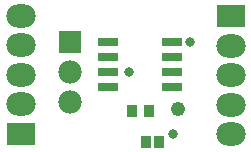
<source format=gts>
G04*
G04 #@! TF.GenerationSoftware,Altium Limited,CircuitMaker,2.2.1 (2.2.1.6)*
G04*
G04 Layer_Color=20142*
%FSLAX24Y24*%
%MOIN*%
G70*
G04*
G04 #@! TF.SameCoordinates,D96103DE-5CF1-4447-99B2-040B1386396B*
G04*
G04*
G04 #@! TF.FilePolarity,Negative*
G04*
G01*
G75*
%ADD18R,0.0690X0.0316*%
%ADD19R,0.0356X0.0415*%
%ADD20R,0.0336X0.0434*%
%ADD21C,0.0480*%
%ADD22O,0.0980X0.0780*%
%ADD23R,0.0980X0.0780*%
%ADD24R,0.0780X0.0780*%
%ADD25C,0.0780*%
%ADD26C,0.0330*%
D18*
X17550Y12000D02*
D03*
X17550Y12500D02*
D03*
X17550Y13000D02*
D03*
X17550Y13500D02*
D03*
X15424Y12000D02*
D03*
X15424Y12500D02*
D03*
X15424Y13000D02*
D03*
X15424Y13500D02*
D03*
D19*
X16674Y10150D02*
D03*
X17126Y10150D02*
D03*
D20*
X16776Y11200D02*
D03*
X16224Y11200D02*
D03*
D21*
X17750Y11250D02*
D03*
D22*
X19500Y10407D02*
D03*
X19500Y11391D02*
D03*
X19500Y13359D02*
D03*
X19500Y12375D02*
D03*
X12500Y12400D02*
D03*
X12500Y11416D02*
D03*
X12500Y13384D02*
D03*
X12500Y14369D02*
D03*
D23*
X19500Y14344D02*
D03*
X12500Y10431D02*
D03*
D24*
X14150Y13500D02*
D03*
D25*
X14150Y11500D02*
D03*
X14150Y12500D02*
D03*
D26*
X17593Y10407D02*
D03*
X18150Y13500D02*
D03*
X16100Y12500D02*
D03*
M02*

</source>
